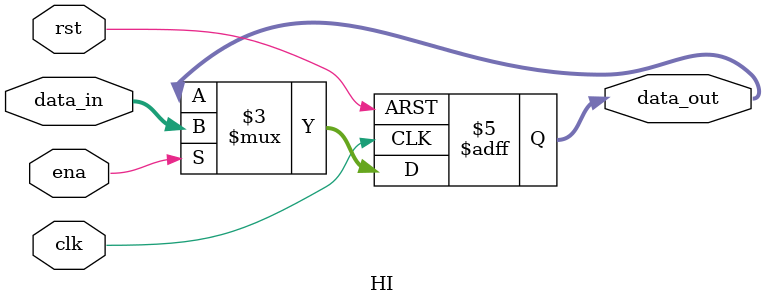
<source format=v>
`timescale 1ns / 1ps


module HI#(parameter startAddress = 32'h00000000)
(input clk,rst,ena,
input [31:0]data_in,
output reg [31:0] data_out
);

always@(posedge clk or posedge rst)
begin
if (rst)
data_out <= startAddress;
else if (ena)
data_out <= data_in;
else
data_out <= data_out;
end
endmodule


</source>
